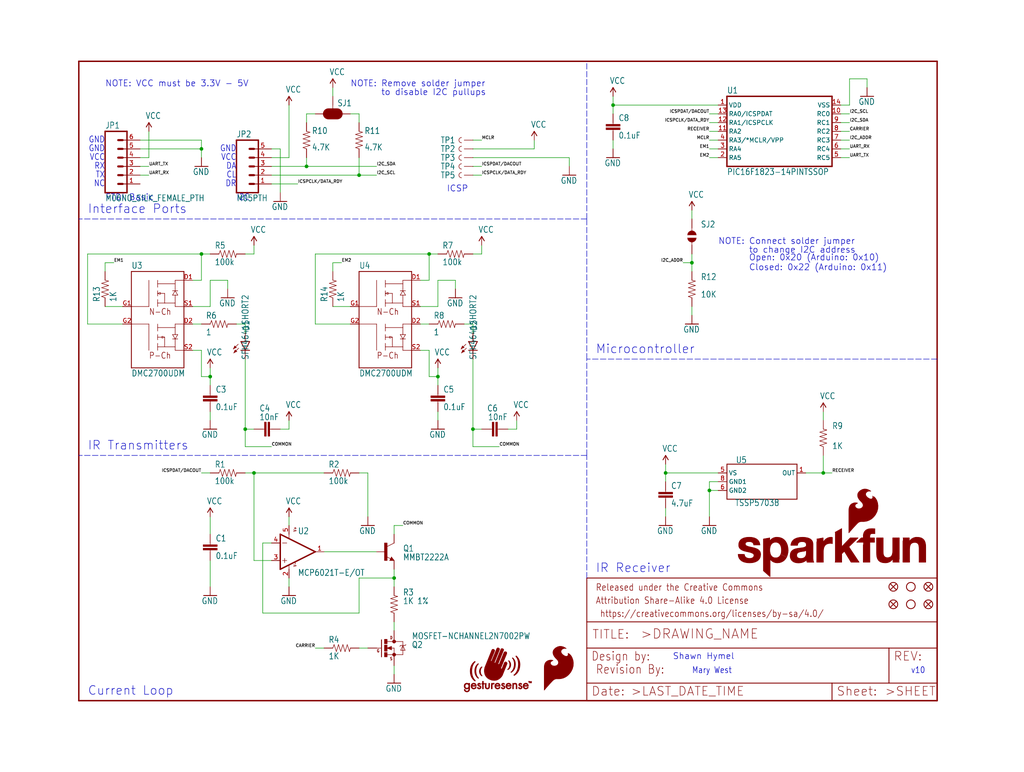
<source format=kicad_sch>
(kicad_sch (version 20211123) (generator eeschema)
  (paper "User" 297.002 223.926)
  (lib_symbols
    (symbol "eagleSchem-eagle-import:0.1UF-25V(+80{slash}-20%)(0603)"
      (property "Reference" "C" (at 1.524 2.921 0))
      (property "Value" "0.1UF-25V(+80{slash}-20%)(0603)" (at 1.524 -2.159 0))
      (symbol "0.1UF-25V(+80{slash}-20%)(0603)_1_0"
        (pin passive line (at 0 5.08 270) (length 2.54) (name "1") (number "1"))
        (pin passive line (at 0 -2.54 90) (length 2.54) (name "2") (number "2"))
      )
    )
    (symbol "eagleSchem-eagle-import:100KOHM-1{slash}10W-1%(0603)"
      (property "Reference" "R" (at -3.81 1.4986 0))
      (property "Value" "100KOHM-1{slash}10W-1%(0603)" (at -3.81 -3.302 0))
      (symbol "100KOHM-1{slash}10W-1%(0603)_1_0"
        (pin passive line (at -5.08 0 0) (length 2.54) (name "1") (number "1"))
        (pin passive line (at 5.08 0 180) (length 2.54) (name "2") (number "2"))
      )
    )
    (symbol "eagleSchem-eagle-import:10KOHM-1{slash}10W-1%(0603)0603"
      (property "Reference" "R" (at -3.81 1.4986 0))
      (property "Value" "10KOHM-1{slash}10W-1%(0603)0603" (at -3.81 -3.302 0))
      (symbol "10KOHM-1{slash}10W-1%(0603)0603_1_0"
        (pin passive line (at -5.08 0 0) (length 2.54) (name "1") (number "1"))
        (pin passive line (at 5.08 0 180) (length 2.54) (name "2") (number "2"))
      )
    )
    (symbol "eagleSchem-eagle-import:10NF{slash}10000PF-50V-10%(0603)"
      (property "Reference" "C" (at 1.524 2.921 0))
      (property "Value" "10NF{slash}10000PF-50V-10%(0603)" (at 1.524 -2.159 0))
      (symbol "10NF{slash}10000PF-50V-10%(0603)_1_0"
        (pin passive line (at 0 5.08 270) (length 2.54) (name "1") (number "1"))
        (pin passive line (at 0 -2.54 90) (length 2.54) (name "2") (number "2"))
      )
    )
    (symbol "eagleSchem-eagle-import:1KOHM-1{slash}10W-1%(0603)"
      (property "Reference" "R" (at -3.81 1.4986 0))
      (property "Value" "1KOHM-1{slash}10W-1%(0603)" (at -3.81 -3.302 0))
      (symbol "1KOHM-1{slash}10W-1%(0603)_1_0"
        (pin passive line (at -5.08 0 0) (length 2.54) (name "1") (number "1"))
        (pin passive line (at 5.08 0 180) (length 2.54) (name "2") (number "2"))
      )
    )
    (symbol "eagleSchem-eagle-import:1OHM1{slash}10W1%(0603)"
      (property "Reference" "R" (at -3.81 1.4986 0))
      (property "Value" "1OHM1{slash}10W1%(0603)" (at -3.81 -3.302 0))
      (symbol "1OHM1{slash}10W1%(0603)_1_0"
        (pin passive line (at -5.08 0 0) (length 2.54) (name "1") (number "1"))
        (pin passive line (at 5.08 0 180) (length 2.54) (name "2") (number "2"))
      )
    )
    (symbol "eagleSchem-eagle-import:4.7KOHM-1{slash}10W-1%(0603)"
      (property "Reference" "R" (at -3.81 1.4986 0))
      (property "Value" "4.7KOHM-1{slash}10W-1%(0603)" (at -3.81 -3.302 0))
      (symbol "4.7KOHM-1{slash}10W-1%(0603)_1_0"
        (pin passive line (at -5.08 0 0) (length 2.54) (name "1") (number "1"))
        (pin passive line (at 5.08 0 180) (length 2.54) (name "2") (number "2"))
      )
    )
    (symbol "eagleSchem-eagle-import:4.7UF-6.3V-10%(0603)0603"
      (property "Reference" "C" (at 1.524 2.921 0))
      (property "Value" "4.7UF-6.3V-10%(0603)0603" (at 1.524 -2.159 0))
      (symbol "4.7UF-6.3V-10%(0603)0603_1_0"
        (pin passive line (at 0 5.08 270) (length 2.54) (name "1") (number "1"))
        (pin passive line (at 0 -2.54 90) (length 2.54) (name "2") (number "2"))
      )
    )
    (symbol "eagleSchem-eagle-import:DMC2700UDM"
      (property "Value" "DMC2700UDM" (at -7.62 -17.78 0))
      (symbol "DMC2700UDM_1_0"
        (text "N-Ch" (at -2.54 0 0) (effects (font (size 1.778 1.5113)) (justify left bottom)))
        (text "P-Ch" (at -2.54 -12.7 0) (effects (font (size 1.778 1.5113)) (justify left bottom)))
        (pin bidirectional line (at 10.16 10.16 180) (length 2.54) (name "D1") (number "D1"))
        (pin bidirectional line (at 10.16 -2.54 180) (length 2.54) (name "D2") (number "D2"))
        (pin bidirectional line (at -10.16 2.54 0) (length 2.54) (name "G1") (number "G1"))
        (pin bidirectional line (at -10.16 -2.54 0) (length 2.54) (name "G2") (number "G2"))
        (pin bidirectional line (at 10.16 2.54 180) (length 2.54) (name "S1") (number "S1"))
        (pin bidirectional line (at 10.16 -10.16 180) (length 2.54) (name "S2") (number "S2"))
      )
    )
    (symbol "eagleSchem-eagle-import:FIDUCIALUFIDUCIAL")
    (symbol "eagleSchem-eagle-import:FRAME-LETTER"
      (symbol "FRAME-LETTER_2_0"
        (text " https://creativecommons.org/licenses/by-sa/4.0/" (at 2.54 24.13 0) (effects (font (size 1.9304 1.6408)) (justify left bottom)))
        (text ">DRAWING_NAME" (at 15.494 17.78 0) (effects (font (size 2.7432 2.7432)) (justify left bottom)))
        (text ">LAST_DATE_TIME" (at 12.7 1.27 0) (effects (font (size 2.54 2.54)) (justify left bottom)))
        (text ">SHEET" (at 86.36 1.27 0) (effects (font (size 2.54 2.54)) (justify left bottom)))
        (text "Attribution Share-Alike 4.0 License" (at 2.54 27.94 0) (effects (font (size 1.9304 1.6408)) (justify left bottom)))
        (text "Date:" (at 1.27 1.27 0) (effects (font (size 2.54 2.54)) (justify left bottom)))
        (text "Design by:" (at 1.27 11.43 0) (effects (font (size 2.54 2.159)) (justify left bottom)))
        (text "Released under the Creative Commons" (at 2.54 31.75 0) (effects (font (size 1.9304 1.6408)) (justify left bottom)))
        (text "REV:" (at 88.9 11.43 0) (effects (font (size 2.54 2.54)) (justify left bottom)))
        (text "Sheet:" (at 72.39 1.27 0) (effects (font (size 2.54 2.54)) (justify left bottom)))
        (text "TITLE:" (at 1.524 17.78 0) (effects (font (size 2.54 2.54)) (justify left bottom)))
      )
    )
    (symbol "eagleSchem-eagle-import:GESTURESENSE_LOGOSTEXT")
    (symbol "eagleSchem-eagle-import:GND" (power)
      (property "Value" "GND" (at -2.54 -2.54 0))
      (symbol "GND_1_0"
        (pin power_in line (at 0 2.54 270) (length 2.54) (name "GND") (number "1"))
      )
    )
    (symbol "eagleSchem-eagle-import:JUMPER-PAD-2-NOYES_SILK"
      (property "Reference" "JP" (at -2.54 2.54 0))
      (property "Value" "JUMPER-PAD-2-NOYES_SILK" (at -2.54 -5.08 0))
      (symbol "JUMPER-PAD-2-NOYES_SILK_1_0"
        (pin passive line (at -5.08 0 0) (length 2.54) (name "1") (number "1"))
        (pin passive line (at 5.08 0 180) (length 2.54) (name "2") (number "2"))
      )
    )
    (symbol "eagleSchem-eagle-import:JUMPER-PAD-3-NC_BY_PASTE"
      (property "Reference" "JP" (at 2.54 0.381 0))
      (property "Value" "JUMPER-PAD-3-NC_BY_PASTE" (at 2.54 -1.905 0))
      (symbol "JUMPER-PAD-3-NC_BY_PASTE_1_0"
        (pin passive line (at 0 5.08 270) (length 2.54) (name "1") (number "1"))
        (pin passive line (at -5.08 0 0) (length 2.54) (name "2") (number "2"))
        (pin passive line (at 0 -5.08 90) (length 2.54) (name "3") (number "3"))
      )
    )
    (symbol "eagleSchem-eagle-import:M05PTH"
      (property "Reference" "J" (at -2.54 8.382 0))
      (property "Value" "M05PTH" (at -2.54 -10.16 0))
      (symbol "M05PTH_1_0"
        (pin passive line (at 7.62 -5.08 180) (length 5.08) (name "1") (number "1"))
        (pin passive line (at 7.62 -2.54 180) (length 5.08) (name "2") (number "2"))
        (pin passive line (at 7.62 0 180) (length 5.08) (name "3") (number "3"))
        (pin passive line (at 7.62 2.54 180) (length 5.08) (name "4") (number "4"))
        (pin passive line (at 7.62 5.08 180) (length 5.08) (name "5") (number "5"))
      )
    )
    (symbol "eagleSchem-eagle-import:M06NO_SILK_FEMALE_PTH"
      (property "Reference" "J" (at -5.08 10.922 0))
      (property "Value" "M06NO_SILK_FEMALE_PTH" (at -5.08 -10.16 0))
      (symbol "M06NO_SILK_FEMALE_PTH_1_0"
        (pin passive line (at 5.08 -5.08 180) (length 5.08) (name "1") (number "1"))
        (pin passive line (at 5.08 -2.54 180) (length 5.08) (name "2") (number "2"))
        (pin passive line (at 5.08 0 180) (length 5.08) (name "3") (number "3"))
        (pin passive line (at 5.08 2.54 180) (length 5.08) (name "4") (number "4"))
        (pin passive line (at 5.08 5.08 180) (length 5.08) (name "5") (number "5"))
        (pin passive line (at 5.08 7.62 180) (length 5.08) (name "6") (number "6"))
      )
    )
    (symbol "eagleSchem-eagle-import:MCP6021T-E{slash}OT"
      (property "Value" "MCP6021T-E{slash}OT" (at 5.08 5.08 0))
      (symbol "MCP6021T-E{slash}OT_1_0"
        (text "V+" (at 1.27 5.715 900) (effects (font (size 0.8128 0.6908)) (justify left top)))
        (text "V-" (at 1.27 -4.445 900) (effects (font (size 0.8128 0.6908)) (justify left top)))
        (pin output line (at 10.16 0 180) (length 2.54) (name "OUT") (number "1"))
        (pin power_in line (at 0 -7.62 90) (length 2.54) (name "V-") (number "2"))
        (pin input line (at -5.08 -2.54 0) (length 2.54) (name "+IN") (number "3"))
        (pin input line (at -5.08 2.54 0) (length 2.54) (name "-IN") (number "4"))
        (pin power_in line (at 0 7.62 270) (length 2.54) (name "V+") (number "5"))
      )
    )
    (symbol "eagleSchem-eagle-import:MOSFET-NCHANNEL2N7002PW"
      (property "Reference" "Q" (at 5.08 2.54 0))
      (property "Value" "MOSFET-NCHANNEL2N7002PW" (at 5.08 0 0))
      (symbol "MOSFET-NCHANNEL2N7002PW_1_0"
        (text "D" (at -1.27 2.54 0) (effects (font (size 0.8128 0.6908)) (justify left bottom)))
        (text "G" (at -5.08 -1.27 0) (effects (font (size 0.8128 0.6908)) (justify left bottom)))
        (text "S" (at -1.27 -3.556 0) (effects (font (size 0.8128 0.6908)) (justify left bottom)))
        (pin passive line (at -7.62 0 0) (length 2.54) (name "G") (number "1"))
        (pin passive line (at 0 -5.08 90) (length 2.54) (name "S") (number "2"))
        (pin passive line (at 0 5.08 270) (length 2.54) (name "D") (number "3"))
      )
    )
    (symbol "eagleSchem-eagle-import:PIC16F1823-14PINTSSOP"
      (property "Value" "PIC16F1823-14PINTSSOP" (at -15.24 -12.7 0))
      (symbol "PIC16F1823-14PINTSSOP_1_0"
        (pin power_in line (at -17.78 7.62 0) (length 2.54) (name "VDD") (number "1"))
        (pin bidirectional line (at 17.78 5.08 180) (length 2.54) (name "RC0") (number "10"))
        (pin bidirectional line (at -17.78 0 0) (length 2.54) (name "RA2") (number "11"))
        (pin bidirectional line (at -17.78 2.54 0) (length 2.54) (name "RA1/ICSPCLK") (number "12"))
        (pin bidirectional line (at -17.78 5.08 0) (length 2.54) (name "RA0/ICSPDAT") (number "13"))
        (pin power_in line (at 17.78 7.62 180) (length 2.54) (name "VSS") (number "14"))
        (pin bidirectional line (at -17.78 -7.62 0) (length 2.54) (name "RA5") (number "2"))
        (pin bidirectional line (at -17.78 -5.08 0) (length 2.54) (name "RA4") (number "3"))
        (pin input line (at -17.78 -2.54 0) (length 2.54) (name "RA3/*MCLR/VPP") (number "4"))
        (pin bidirectional line (at 17.78 -7.62 180) (length 2.54) (name "RC5") (number "5"))
        (pin bidirectional line (at 17.78 -5.08 180) (length 2.54) (name "RC4") (number "6"))
        (pin bidirectional line (at 17.78 -2.54 180) (length 2.54) (name "RC3") (number "7"))
        (pin bidirectional line (at 17.78 0 180) (length 2.54) (name "RC2") (number "8"))
        (pin bidirectional line (at 17.78 2.54 180) (length 2.54) (name "RC1") (number "9"))
      )
    )
    (symbol "eagleSchem-eagle-import:REVISION"
      (symbol "REVISION_1_0"
        (text "Revision By: " (at 0 0 0) (effects (font (size 2.54 2.159)) (justify left bottom)))
      )
    )
    (symbol "eagleSchem-eagle-import:SFE_LOGO_FLAME.1_INCH")
    (symbol "eagleSchem-eagle-import:SFE_LOGO_NAME_FLAME.1_INCH")
    (symbol "eagleSchem-eagle-import:SFH4641SHORT2"
      (property "Reference" "D" (at 3.556 -4.572 90))
      (property "Value" "SFH4641SHORT2" (at 5.715 -4.572 90))
      (symbol "SFH4641SHORT2_1_0"
        (pin passive line (at 0 2.54 270) (length 2.54) (name "A") (number "A"))
        (pin passive line (at 0 -5.08 90) (length 2.54) (name "C") (number "C"))
      )
    )
    (symbol "eagleSchem-eagle-import:STAND-OFF")
    (symbol "eagleSchem-eagle-import:TEST-POINT3X4"
      (property "Reference" "TP" (at -2.54 2.54 0))
      (property "Value" "TEST-POINT3X4" (at -2.54 -2.54 0))
      (symbol "TEST-POINT3X4_1_0"
        (pin bidirectional line (at 0 0 180) (length 0) (name "1") (number "P$1"))
      )
    )
    (symbol "eagleSchem-eagle-import:TRANSISTOR_NPNMMBT2222A"
      (property "Reference" "Q" (at 5.08 0 0))
      (property "Value" "TRANSISTOR_NPNMMBT2222A" (at 5.08 -2.54 0))
      (symbol "TRANSISTOR_NPNMMBT2222A_1_0"
        (pin passive line (at -2.54 0 0) (length 2.54) (name "B") (number "1"))
        (pin passive line (at 2.54 -5.08 90) (length 2.54) (name "E") (number "2"))
        (pin passive line (at 2.54 5.08 270) (length 2.54) (name "C") (number "3"))
      )
    )
    (symbol "eagleSchem-eagle-import:TSSP57038"
      (property "Value" "TSSP57038" (at -7.874 -7.112 0))
      (symbol "TSSP57038_1_0"
        (pin bidirectional line (at 12.7 2.54 180) (length 2.54) (name "OUT") (number "1"))
        (pin bidirectional line (at -12.7 2.54 0) (length 2.54) (name "VS") (number "5"))
        (pin bidirectional line (at -12.7 -2.54 0) (length 2.54) (name "GND2") (number "6"))
        (pin bidirectional line (at -12.7 0 0) (length 2.54) (name "GND1") (number "8"))
      )
    )
    (symbol "eagleSchem-eagle-import:VCC" (power)
      (property "Value" "VCC" (at -1.016 3.556 0))
      (symbol "VCC_1_0"
        (pin power_in line (at 0 0 90) (length 2.54) (name "VCC") (number "1"))
      )
    )
  )
  (junction (at 193.04 137.16))
  (junction (at 60.96 109.22))
  (junction (at 205.74 142.24))
  (junction (at 238.76 137.16))
  (junction (at 177.8 30.48))
  (junction (at 104.14 50.8))
  (junction (at 71.12 124.46))
  (junction (at 124.46 73.66))
  (junction (at 200.66 76.2))
  (junction (at 88.9 48.26))
  (junction (at 137.16 124.46))
  (junction (at 73.66 137.16))
  (junction (at 114.3 167.64))
  (junction (at 58.42 73.66))
  (junction (at 58.42 43.18))
  (junction (at 127 109.22))
  (wire (pts (xy 78.74 45.72) (xy 83.82 45.72)))
  (wire (pts (xy 71.12 104.14) (xy 71.12 124.46)))
  (polyline (pts (xy 170.18 132.08) (xy 170.18 104.14)))
  (wire (pts (xy 101.6 93.98) (xy 91.44 93.98)))
  (wire (pts (xy 243.84 33.02) (xy 246.38 33.02)))
  (wire (pts (xy 58.42 101.6) (xy 58.42 109.22)))
  (polyline (pts (xy 170.18 132.08) (xy 22.86 132.08)))
  (wire (pts (xy 198.12 76.2) (xy 200.66 76.2)))
  (wire (pts (xy 243.84 43.18) (xy 246.38 43.18)))
  (wire (pts (xy 60.96 88.9) (xy 60.96 81.28)))
  (wire (pts (xy 104.14 167.64) (xy 114.3 167.64)))
  (wire (pts (xy 200.66 78.74) (xy 200.66 76.2)))
  (wire (pts (xy 40.64 45.72) (xy 43.18 45.72)))
  (wire (pts (xy 200.66 91.44) (xy 200.66 88.9)))
  (wire (pts (xy 71.12 73.66) (xy 73.66 73.66)))
  (wire (pts (xy 147.32 124.46) (xy 149.86 124.46)))
  (wire (pts (xy 78.74 48.26) (xy 88.9 48.26)))
  (wire (pts (xy 177.8 43.18) (xy 177.8 40.64)))
  (wire (pts (xy 58.42 43.18) (xy 58.42 45.72)))
  (wire (pts (xy 127 106.68) (xy 127 109.22)))
  (wire (pts (xy 60.96 149.86) (xy 60.96 154.94)))
  (wire (pts (xy 124.46 73.66) (xy 124.46 81.28)))
  (polyline (pts (xy 170.18 104.14) (xy 170.18 63.5)))
  (wire (pts (xy 60.96 137.16) (xy 58.42 137.16)))
  (wire (pts (xy 177.8 27.94) (xy 177.8 30.48)))
  (wire (pts (xy 71.12 129.54) (xy 78.74 129.54)))
  (wire (pts (xy 88.9 35.56) (xy 88.9 33.02)))
  (wire (pts (xy 208.28 40.64) (xy 205.74 40.64)))
  (wire (pts (xy 88.9 33.02) (xy 91.44 33.02)))
  (wire (pts (xy 106.68 137.16) (xy 106.68 149.86)))
  (wire (pts (xy 96.52 25.4) (xy 96.52 27.94)))
  (wire (pts (xy 81.28 124.46) (xy 83.82 124.46)))
  (wire (pts (xy 208.28 142.24) (xy 205.74 142.24)))
  (wire (pts (xy 124.46 101.6) (xy 124.46 109.22)))
  (wire (pts (xy 99.06 76.2) (xy 96.52 76.2)))
  (wire (pts (xy 58.42 109.22) (xy 60.96 109.22)))
  (wire (pts (xy 40.64 43.18) (xy 58.42 43.18)))
  (wire (pts (xy 104.14 33.02) (xy 104.14 35.56)))
  (wire (pts (xy 208.28 137.16) (xy 193.04 137.16)))
  (wire (pts (xy 91.44 93.98) (xy 91.44 73.66)))
  (wire (pts (xy 60.96 111.76) (xy 60.96 109.22)))
  (wire (pts (xy 139.7 124.46) (xy 137.16 124.46)))
  (wire (pts (xy 58.42 73.66) (xy 60.96 73.66)))
  (wire (pts (xy 149.86 124.46) (xy 149.86 121.92)))
  (wire (pts (xy 93.98 160.02) (xy 109.22 160.02)))
  (wire (pts (xy 200.66 76.2) (xy 200.66 73.66)))
  (wire (pts (xy 251.46 22.86) (xy 251.46 25.4)))
  (wire (pts (xy 93.98 187.96) (xy 91.44 187.96)))
  (wire (pts (xy 114.3 193.04) (xy 114.3 195.58)))
  (wire (pts (xy 25.4 93.98) (xy 25.4 73.66)))
  (wire (pts (xy 30.48 88.9) (xy 35.56 88.9)))
  (wire (pts (xy 121.92 88.9) (xy 127 88.9)))
  (wire (pts (xy 208.28 30.48) (xy 177.8 30.48)))
  (wire (pts (xy 55.88 88.9) (xy 60.96 88.9)))
  (wire (pts (xy 104.14 177.8) (xy 104.14 167.64)))
  (wire (pts (xy 124.46 81.28) (xy 121.92 81.28)))
  (wire (pts (xy 137.16 129.54) (xy 144.78 129.54)))
  (wire (pts (xy 200.66 60.96) (xy 200.66 63.5)))
  (wire (pts (xy 76.2 177.8) (xy 104.14 177.8)))
  (wire (pts (xy 238.76 132.08) (xy 238.76 137.16)))
  (wire (pts (xy 88.9 48.26) (xy 109.22 48.26)))
  (wire (pts (xy 208.28 139.7) (xy 205.74 139.7)))
  (wire (pts (xy 78.74 50.8) (xy 104.14 50.8)))
  (wire (pts (xy 208.28 45.72) (xy 205.74 45.72)))
  (wire (pts (xy 40.64 40.64) (xy 58.42 40.64)))
  (wire (pts (xy 137.16 93.98) (xy 134.62 93.98)))
  (wire (pts (xy 127 88.9) (xy 127 81.28)))
  (wire (pts (xy 83.82 167.64) (xy 83.82 170.18)))
  (wire (pts (xy 137.16 73.66) (xy 139.7 73.66)))
  (wire (pts (xy 60.96 162.56) (xy 60.96 170.18)))
  (wire (pts (xy 246.38 22.86) (xy 251.46 22.86)))
  (wire (pts (xy 208.28 33.02) (xy 205.74 33.02)))
  (polyline (pts (xy 170.18 167.64) (xy 170.18 132.08)))
  (wire (pts (xy 71.12 124.46) (xy 73.66 124.46)))
  (wire (pts (xy 30.48 76.2) (xy 30.48 78.74)))
  (wire (pts (xy 137.16 48.26) (xy 139.7 48.26)))
  (wire (pts (xy 154.94 43.18) (xy 137.16 43.18)))
  (wire (pts (xy 127 81.28) (xy 132.08 81.28)))
  (wire (pts (xy 96.52 76.2) (xy 96.52 78.74)))
  (wire (pts (xy 193.04 139.7) (xy 193.04 137.16)))
  (wire (pts (xy 246.38 30.48) (xy 246.38 22.86)))
  (wire (pts (xy 243.84 45.72) (xy 246.38 45.72)))
  (wire (pts (xy 243.84 40.64) (xy 246.38 40.64)))
  (wire (pts (xy 208.28 35.56) (xy 205.74 35.56)))
  (wire (pts (xy 127 109.22) (xy 127 111.76)))
  (wire (pts (xy 55.88 93.98) (xy 58.42 93.98)))
  (wire (pts (xy 91.44 73.66) (xy 124.46 73.66)))
  (wire (pts (xy 88.9 45.72) (xy 88.9 48.26)))
  (wire (pts (xy 193.04 147.32) (xy 193.04 149.86)))
  (wire (pts (xy 104.14 45.72) (xy 104.14 50.8)))
  (wire (pts (xy 121.92 101.6) (xy 124.46 101.6)))
  (wire (pts (xy 165.1 48.26) (xy 165.1 45.72)))
  (wire (pts (xy 58.42 40.64) (xy 58.42 43.18)))
  (wire (pts (xy 139.7 73.66) (xy 139.7 71.12)))
  (polyline (pts (xy 271.78 104.14) (xy 170.18 104.14)))
  (wire (pts (xy 124.46 73.66) (xy 127 73.66)))
  (wire (pts (xy 81.28 43.18) (xy 81.28 55.88)))
  (wire (pts (xy 40.64 50.8) (xy 43.18 50.8)))
  (wire (pts (xy 83.82 124.46) (xy 83.82 121.92)))
  (wire (pts (xy 104.14 137.16) (xy 106.68 137.16)))
  (wire (pts (xy 78.74 43.18) (xy 81.28 43.18)))
  (wire (pts (xy 205.74 139.7) (xy 205.74 142.24)))
  (wire (pts (xy 137.16 50.8) (xy 139.7 50.8)))
  (wire (pts (xy 208.28 38.1) (xy 205.74 38.1)))
  (wire (pts (xy 193.04 134.62) (xy 193.04 137.16)))
  (wire (pts (xy 243.84 35.56) (xy 246.38 35.56)))
  (wire (pts (xy 96.52 88.9) (xy 101.6 88.9)))
  (wire (pts (xy 205.74 149.86) (xy 205.74 142.24)))
  (wire (pts (xy 60.96 109.22) (xy 60.96 106.68)))
  (wire (pts (xy 137.16 96.52) (xy 137.16 93.98)))
  (wire (pts (xy 83.82 149.86) (xy 83.82 152.4)))
  (wire (pts (xy 238.76 119.38) (xy 238.76 121.92)))
  (wire (pts (xy 106.68 187.96) (xy 104.14 187.96)))
  (wire (pts (xy 35.56 93.98) (xy 25.4 93.98)))
  (wire (pts (xy 73.66 137.16) (xy 73.66 162.56)))
  (wire (pts (xy 73.66 137.16) (xy 93.98 137.16)))
  (wire (pts (xy 43.18 45.72) (xy 43.18 38.1)))
  (wire (pts (xy 60.96 81.28) (xy 66.04 81.28)))
  (wire (pts (xy 165.1 45.72) (xy 137.16 45.72)))
  (wire (pts (xy 78.74 157.48) (xy 76.2 157.48)))
  (wire (pts (xy 124.46 109.22) (xy 127 109.22)))
  (wire (pts (xy 137.16 124.46) (xy 137.16 129.54)))
  (wire (pts (xy 127 121.92) (xy 127 119.38)))
  (wire (pts (xy 33.02 76.2) (xy 30.48 76.2)))
  (wire (pts (xy 40.64 48.26) (xy 43.18 48.26)))
  (wire (pts (xy 208.28 43.18) (xy 205.74 43.18)))
  (wire (pts (xy 73.66 162.56) (xy 78.74 162.56)))
  (wire (pts (xy 60.96 121.92) (xy 60.96 119.38)))
  (wire (pts (xy 177.8 30.48) (xy 177.8 33.02)))
  (polyline (pts (xy 170.18 63.5) (xy 170.18 17.78)))
  (wire (pts (xy 58.42 81.28) (xy 55.88 81.28)))
  (wire (pts (xy 114.3 167.64) (xy 114.3 170.18)))
  (wire (pts (xy 121.92 93.98) (xy 124.46 93.98)))
  (wire (pts (xy 238.76 137.16) (xy 241.3 137.16)))
  (wire (pts (xy 243.84 38.1) (xy 246.38 38.1)))
  (wire (pts (xy 114.3 152.4) (xy 116.84 152.4)))
  (wire (pts (xy 58.42 73.66) (xy 58.42 81.28)))
  (wire (pts (xy 25.4 73.66) (xy 58.42 73.66)))
  (wire (pts (xy 71.12 124.46) (xy 71.12 129.54)))
  (wire (pts (xy 114.3 180.34) (xy 114.3 182.88)))
  (wire (pts (xy 68.58 93.98) (xy 71.12 93.98)))
  (wire (pts (xy 71.12 137.16) (xy 73.66 137.16)))
  (wire (pts (xy 78.74 53.34) (xy 86.36 53.34)))
  (wire (pts (xy 73.66 73.66) (xy 73.66 71.12)))
  (wire (pts (xy 114.3 154.94) (xy 114.3 152.4)))
  (wire (pts (xy 233.68 137.16) (xy 238.76 137.16)))
  (wire (pts (xy 71.12 93.98) (xy 71.12 96.52)))
  (wire (pts (xy 243.84 30.48) (xy 246.38 30.48)))
  (polyline (pts (xy 170.18 63.5) (xy 22.86 63.5)))
  (wire (pts (xy 76.2 157.48) (xy 76.2 177.8)))
  (wire (pts (xy 132.08 81.28) (xy 132.08 83.82)))
  (wire (pts (xy 104.14 50.8) (xy 109.22 50.8)))
  (wire (pts (xy 83.82 45.72) (xy 83.82 30.48)))
  (wire (pts (xy 137.16 104.14) (xy 137.16 124.46)))
  (wire (pts (xy 101.6 33.02) (xy 104.14 33.02)))
  (wire (pts (xy 55.88 101.6) (xy 58.42 101.6)))
  (wire (pts (xy 137.16 40.64) (xy 139.7 40.64)))
  (wire (pts (xy 154.94 40.64) (xy 154.94 43.18)))
  (wire (pts (xy 114.3 165.1) (xy 114.3 167.64)))
  (wire (pts (xy 66.04 81.28) (xy 66.04 83.82)))
  (text "Current Loop" (at 25.4 201.93 180) (effects (font (size 2.54 2.54)) (justify left bottom)))
  (text "NOTE: Remove solder jumper" (at 101.6 25.4 180) (effects (font (size 1.778 1.778)) (justify left bottom)))
  (text "Mary West" (at 200.66 195.58 180) (effects (font (size 1.778 1.5113)) (justify left bottom)))
  (text "GND" (at 30.48 40.64 180) (effects (font (size 1.778 1.5113)) (justify right)))
  (text "Shawn Hymel" (at 195.072 191.516 180) (effects (font (size 1.778 1.778)) (justify left bottom)))
  (text "NOTE: VCC must be 3.3V - 5V" (at 30.48 25.4 180) (effects (font (size 1.778 1.778)) (justify left bottom)))
  (text "DA" (at 68.58 48.26 180) (effects (font (size 1.778 1.5113)) (justify right)))
  (text "VCC" (at 30.48 45.72 180) (effects (font (size 1.778 1.5113)) (justify right)))
  (text "TX" (at 30.48 50.8 180) (effects (font (size 1.778 1.5113)) (justify right)))
  (text "ICSP" (at 129.54 55.88 180) (effects (font (size 1.778 1.778)) (justify left bottom)))
  (text "Interface Ports" (at 25.4 62.23 180) (effects (font (size 2.54 2.54)) (justify left bottom)))
  (text "NOTE: Connect solder jumper" (at 208.28 71.12 180) (effects (font (size 1.778 1.778)) (justify left bottom)))
  (text "v10" (at 264.16 195.58 180) (effects (font (size 1.778 1.5113)) (justify left bottom)))
  (text "DR" (at 68.58 53.34 180) (effects (font (size 1.778 1.5113)) (justify right)))
  (text "to change I2C address" (at 217.17 73.66 180) (effects (font (size 1.778 1.778)) (justify left bottom)))
  (text "GND" (at 30.48 43.18 180) (effects (font (size 1.778 1.5113)) (justify right)))
  (text "IR Receiver" (at 172.72 166.37 180) (effects (font (size 2.54 2.54)) (justify left bottom)))
  (text "GND" (at 68.58 43.18 180) (effects (font (size 1.778 1.5113)) (justify right)))
  (text "FTDI Basic" (at 30.48 58.42 180) (effects (font (size 1.778 1.778)) (justify left bottom)))
  (text "RX" (at 30.48 48.26 180) (effects (font (size 1.778 1.5113)) (justify right)))
  (text "Open: 0x20 (Arduino: 0x10)\nClosed: 0x22 (Arduino: 0x11)" (at 217.17 78.74 0) (effects (font (size 1.778 1.778)) (justify left bottom)))
  (text "Microcontroller" (at 172.72 102.87 180) (effects (font (size 2.54 2.54)) (justify left bottom)))
  (text "to disable I2C pullups" (at 110.49 27.94 180) (effects (font (size 1.778 1.778)) (justify left bottom)))
  (text "NC" (at 30.48 53.34 180) (effects (font (size 1.778 1.5113)) (justify right)))
  (text "IR Transmitters" (at 25.4 130.81 180) (effects (font (size 2.54 2.54)) (justify left bottom)))
  (text "VCC" (at 68.58 45.72 180) (effects (font (size 1.778 1.5113)) (justify right)))
  (text "CL" (at 68.58 50.8 180) (effects (font (size 1.778 1.5113)) (justify right)))
  (text "I2C" (at 68.58 58.42 180) (effects (font (size 1.778 1.5113)) (justify left bottom)))
  (label "ICSPDAT/DACOUT" (at 139.7 48.26 0) (effects (font (size 0.889 0.889))))
  (label "UART_RX" (at 43.18 50.8 0) (effects (font (size 0.889 0.889))))
  (label "I2C_ADDR" (at 198.12 76.2 180) (effects (font (size 0.889 0.889))))
  (label "ICSPDAT/DACOUT" (at 58.42 137.16 180) (effects (font (size 0.889 0.889))))
  (label "RECEIVER" (at 241.3 137.16 0) (effects (font (size 0.889 0.889))))
  (label "I2C_ADDR" (at 246.38 40.64 0) (effects (font (size 0.889 0.889))))
  (label "CARRIER" (at 246.38 38.1 0) (effects (font (size 0.889 0.889))))
  (label "ICSPCLK/DATA_RDY" (at 86.36 53.34 0) (effects (font (size 0.889 0.889))))
  (label "UART_TX" (at 246.38 45.72 0) (effects (font (size 0.889 0.889))))
  (label "I2C_SDA" (at 246.38 35.56 0) (effects (font (size 0.889 0.889))))
  (label "COMMON" (at 144.78 129.54 0) (effects (font (size 0.889 0.889))))
  (label "COMMON" (at 116.84 152.4 0) (effects (font (size 0.889 0.889))))
  (label "ICSPDAT/DACOUT" (at 205.74 33.02 180) (effects (font (size 0.889 0.889))))
  (label "RECEIVER" (at 205.74 38.1 180) (effects (font (size 0.889 0.889))))
  (label "MCLR" (at 205.74 40.64 180) (effects (font (size 0.889 0.889))))
  (label "EM1" (at 205.74 43.18 180) (effects (font (size 0.889 0.889))))
  (label "CARRIER" (at 91.44 187.96 180) (effects (font (size 0.889 0.889))))
  (label "UART_TX" (at 43.18 48.26 0) (effects (font (size 0.889 0.889))))
  (label "EM2" (at 205.74 45.72 180) (effects (font (size 0.889 0.889))))
  (label "EM1" (at 33.02 76.2 0) (effects (font (size 0.889 0.889))))
  (label "UART_RX" (at 246.38 43.18 0) (effects (font (size 0.889 0.889))))
  (label "I2C_SCL" (at 246.38 33.02 0) (effects (font (size 0.889 0.889))))
  (label "I2C_SDA" (at 109.22 48.26 0) (effects (font (size 0.889 0.889))))
  (label "EM2" (at 99.06 76.2 0) (effects (font (size 0.889 0.889))))
  (label "ICSPCLK/DATA_RDY" (at 139.7 50.8 0) (effects (font (size 0.889 0.889))))
  (label "MCLR" (at 139.7 40.64 0) (effects (font (size 0.889 0.889))))
  (label "I2C_SCL" (at 109.22 50.8 0) (effects (font (size 0.889 0.889))))
  (label "COMMON" (at 78.74 129.54 0) (effects (font (size 0.889 0.889))))
  (label "ICSPCLK/DATA_RDY" (at 205.74 35.56 180) (effects (font (size 0.889 0.889))))
  (symbol (lib_id "eagleSchem-eagle-import:100KOHM-1{slash}10W-1%(0603)") (at 66.04 73.66 0) (unit 1)
    (property "Reference" "R5" (at 62.23 72.1614 0) (effects (font (size 1.778 1.5113)) (justify left bottom)))
    (property "Value" "100k" (at 62.23 76.962 0) (effects (font (size 1.778 1.5113)) (justify left bottom)))
    (property "Footprint" "eagleSchem:0603-RES" (effects hide))
  )
  (symbol (lib_id "eagleSchem-eagle-import:VCC") (at 73.66 71.12 0) (unit 1)
    (property "Reference" "#SUPPLY7" (effects hide))
    (property "Value" "VCC" (at 72.644 67.564 0) (effects (font (size 1.778 1.5113)) (justify left bottom)))
    (property "Footprint" "eagleSchem:" (effects hide))
  )
  (symbol (lib_id "eagleSchem-eagle-import:FRAME-LETTER") (at 22.86 203.2 0) (unit 1)
    (property "Reference" "FRAME1" (effects hide))
    (property "Value" "FRAME-LETTER" (effects hide))
    (property "Footprint" "eagleSchem:CREATIVE_COMMONS" (effects hide))
  )
  (symbol (lib_id "eagleSchem-eagle-import:4.7KOHM-1{slash}10W-1%(0603)") (at 88.9 40.64 90) (unit 1)
    (property "Reference" "R10" (at 90.424 38.8874 90) (effects (font (size 1.778 1.5113)) (justify right top)))
    (property "Value" "4.7K" (at 90.424 43.688 90) (effects (font (size 1.778 1.5113)) (justify right top)))
    (property "Footprint" "eagleSchem:0603-RES" (effects hide))
  )
  (symbol (lib_id "eagleSchem-eagle-import:GND") (at 81.28 58.42 0) (unit 1)
    (property "Reference" "#GND16" (effects hide))
    (property "Value" "GND" (at 78.74 60.96 0) (effects (font (size 1.778 1.5113)) (justify left bottom)))
    (property "Footprint" "eagleSchem:" (effects hide))
  )
  (symbol (lib_id "eagleSchem-eagle-import:GND") (at 177.8 45.72 0) (unit 1)
    (property "Reference" "#GND14" (effects hide))
    (property "Value" "GND" (at 175.26 48.26 0) (effects (font (size 1.778 1.5113)) (justify left bottom)))
    (property "Footprint" "eagleSchem:" (effects hide))
  )
  (symbol (lib_id "eagleSchem-eagle-import:GESTURESENSE_LOGOSTEXT") (at 134.62 200.66 0) (unit 1)
    (property "Reference" "U$6" (effects hide))
    (property "Value" "GESTURESENSE_LOGOSTEXT" (effects hide))
    (property "Footprint" "eagleSchem:GESTURESENSE_TEXT" (effects hide))
  )
  (symbol (lib_id "eagleSchem-eagle-import:VCC") (at 200.66 60.96 0) (unit 1)
    (property "Reference" "#SUPPLY15" (effects hide))
    (property "Value" "VCC" (at 199.644 57.404 0) (effects (font (size 1.778 1.5113)) (justify left bottom)))
    (property "Footprint" "eagleSchem:" (effects hide))
  )
  (symbol (lib_id "eagleSchem-eagle-import:VCC") (at 43.18 38.1 0) (unit 1)
    (property "Reference" "#SUPPLY1" (effects hide))
    (property "Value" "VCC" (at 42.164 34.544 0) (effects (font (size 1.778 1.5113)) (justify left bottom)))
    (property "Footprint" "eagleSchem:" (effects hide))
  )
  (symbol (lib_id "eagleSchem-eagle-import:FIDUCIALUFIDUCIAL") (at 259.08 170.18 0) (unit 1)
    (property "Reference" "FID4" (effects hide))
    (property "Value" "FIDUCIALUFIDUCIAL" (effects hide))
    (property "Footprint" "eagleSchem:MICRO-FIDUCIAL" (effects hide))
  )
  (symbol (lib_id "eagleSchem-eagle-import:DMC2700UDM") (at 111.76 91.44 0) (unit 1)
    (property "Reference" "U4" (at 104.14 77.978 0) (effects (font (size 1.778 1.5113)) (justify left bottom)))
    (property "Value" "DMC2700UDM" (at 104.14 109.22 0) (effects (font (size 1.778 1.5113)) (justify left bottom)))
    (property "Footprint" "eagleSchem:SOT26" (effects hide))
  )
  (symbol (lib_id "eagleSchem-eagle-import:GND") (at 251.46 27.94 0) (unit 1)
    (property "Reference" "#GND13" (effects hide))
    (property "Value" "GND" (at 248.92 30.48 0) (effects (font (size 1.778 1.5113)) (justify left bottom)))
    (property "Footprint" "eagleSchem:" (effects hide))
  )
  (symbol (lib_id "eagleSchem-eagle-import:GND") (at 193.04 152.4 0) (unit 1)
    (property "Reference" "#GND12" (effects hide))
    (property "Value" "GND" (at 190.5 154.94 0) (effects (font (size 1.778 1.5113)) (justify left bottom)))
    (property "Footprint" "eagleSchem:" (effects hide))
  )
  (symbol (lib_id "eagleSchem-eagle-import:VCC") (at 83.82 121.92 0) (unit 1)
    (property "Reference" "#SUPPLY6" (effects hide))
    (property "Value" "VCC" (at 82.804 118.364 0) (effects (font (size 1.778 1.5113)) (justify left bottom)))
    (property "Footprint" "eagleSchem:" (effects hide))
  )
  (symbol (lib_id "eagleSchem-eagle-import:GND") (at 60.96 172.72 0) (unit 1)
    (property "Reference" "#GND5" (effects hide))
    (property "Value" "GND" (at 58.42 175.26 0) (effects (font (size 1.778 1.5113)) (justify left bottom)))
    (property "Footprint" "eagleSchem:" (effects hide))
  )
  (symbol (lib_id "eagleSchem-eagle-import:VCC") (at 83.82 30.48 0) (unit 1)
    (property "Reference" "#SUPPLY16" (effects hide))
    (property "Value" "VCC" (at 82.804 26.924 0) (effects (font (size 1.778 1.5113)) (justify left bottom)))
    (property "Footprint" "eagleSchem:" (effects hide))
  )
  (symbol (lib_id "eagleSchem-eagle-import:FRAME-LETTER") (at 170.18 203.2 0) (unit 2)
    (property "Reference" "FRAME1" (effects hide))
    (property "Value" "FRAME-LETTER" (effects hide))
    (property "Footprint" "eagleSchem:CREATIVE_COMMONS" (effects hide))
  )
  (symbol (lib_id "eagleSchem-eagle-import:STAND-OFF") (at 264.16 175.26 0) (unit 1)
    (property "Reference" "STANDOFF2" (effects hide))
    (property "Value" "STAND-OFF" (effects hide))
    (property "Footprint" "eagleSchem:STAND-OFF" (effects hide))
  )
  (symbol (lib_id "eagleSchem-eagle-import:4.7KOHM-1{slash}10W-1%(0603)") (at 104.14 40.64 90) (unit 1)
    (property "Reference" "R11" (at 105.664 38.8874 90) (effects (font (size 1.778 1.5113)) (justify right top)))
    (property "Value" "4.7K" (at 105.664 43.688 90) (effects (font (size 1.778 1.5113)) (justify right top)))
    (property "Footprint" "eagleSchem:0603-RES" (effects hide))
  )
  (symbol (lib_id "eagleSchem-eagle-import:1KOHM-1{slash}10W-1%(0603)") (at 114.3 175.26 90) (unit 1)
    (property "Reference" "R3" (at 116.84 172.7454 90) (effects (font (size 1.778 1.5113)) (justify right top)))
    (property "Value" "1K 1%" (at 116.84 175.26 90) (effects (font (size 1.778 1.5113)) (justify right top)))
    (property "Footprint" "eagleSchem:0603-RES" (effects hide))
  )
  (symbol (lib_id "eagleSchem-eagle-import:GND") (at 58.42 48.26 0) (unit 1)
    (property "Reference" "#GND1" (effects hide))
    (property "Value" "GND" (at 55.88 50.8 0) (effects (font (size 1.778 1.5113)) (justify left bottom)))
    (property "Footprint" "eagleSchem:" (effects hide))
  )
  (symbol (lib_id "eagleSchem-eagle-import:TEST-POINT3X4") (at 137.16 48.26 0) (mirror y) (unit 1)
    (property "Reference" "TP4" (at 132.08 48.26 0) (effects (font (size 1.778 1.5113)) (justify left)))
    (property "Value" "TEST-POINT3X4" (effects hide))
    (property "Footprint" "eagleSchem:PAD.03X.04" (effects hide))
  )
  (symbol (lib_id "eagleSchem-eagle-import:SFE_LOGO_FLAME.1_INCH") (at 157.48 200.66 0) (unit 1)
    (property "Reference" "LOGO2" (effects hide))
    (property "Value" "SFE_LOGO_FLAME.1_INCH" (effects hide))
    (property "Footprint" "eagleSchem:SFE_LOGO_FLAME_.1" (effects hide))
  )
  (symbol (lib_id "eagleSchem-eagle-import:GND") (at 200.66 93.98 0) (unit 1)
    (property "Reference" "#GND15" (effects hide))
    (property "Value" "GND" (at 198.12 96.52 0) (effects (font (size 1.778 1.5113)) (justify left bottom)))
    (property "Footprint" "eagleSchem:" (effects hide))
  )
  (symbol (lib_id "eagleSchem-eagle-import:1OHM1{slash}10W1%(0603)") (at 129.54 93.98 0) (unit 1)
    (property "Reference" "R8" (at 125.73 92.4814 0) (effects (font (size 1.778 1.5113)) (justify left bottom)))
    (property "Value" "1" (at 125.73 97.282 0) (effects (font (size 1.778 1.5113)) (justify left bottom)))
    (property "Footprint" "eagleSchem:0603-RES" (effects hide))
  )
  (symbol (lib_id "eagleSchem-eagle-import:FIDUCIALUFIDUCIAL") (at 269.24 170.18 0) (unit 1)
    (property "Reference" "FID1" (effects hide))
    (property "Value" "FIDUCIALUFIDUCIAL" (effects hide))
    (property "Footprint" "eagleSchem:MICRO-FIDUCIAL" (effects hide))
  )
  (symbol (lib_id "eagleSchem-eagle-import:100KOHM-1{slash}10W-1%(0603)") (at 99.06 137.16 0) (unit 1)
    (property "Reference" "R2" (at 95.25 135.6614 0) (effects (font (size 1.778 1.5113)) (justify left bottom)))
    (property "Value" "100k" (at 95.25 140.462 0) (effects (font (size 1.778 1.5113)) (justify left bottom)))
    (property "Footprint" "eagleSchem:0603-RES" (effects hide))
  )
  (symbol (lib_id "eagleSchem-eagle-import:0.1UF-25V(+80{slash}-20%)(0603)") (at 127 116.84 0) (unit 1)
    (property "Reference" "C5" (at 128.524 113.919 0) (effects (font (size 1.778 1.5113)) (justify left bottom)))
    (property "Value" "0.1uF" (at 128.524 118.999 0) (effects (font (size 1.778 1.5113)) (justify left bottom)))
    (property "Footprint" "eagleSchem:0603-CAP" (effects hide))
  )
  (symbol (lib_id "eagleSchem-eagle-import:GND") (at 165.1 50.8 0) (unit 1)
    (property "Reference" "#GND2" (effects hide))
    (property "Value" "GND" (at 162.56 53.34 0) (effects (font (size 1.778 1.5113)) (justify left bottom)))
    (property "Footprint" "eagleSchem:" (effects hide))
  )
  (symbol (lib_id "eagleSchem-eagle-import:1KOHM-1{slash}10W-1%(0603)") (at 238.76 127 90) (unit 1)
    (property "Reference" "R9" (at 241.3 124.4854 90) (effects (font (size 1.778 1.5113)) (justify right top)))
    (property "Value" "1K" (at 241.3 130.302 90) (effects (font (size 1.778 1.5113)) (justify right top)))
    (property "Footprint" "eagleSchem:0603-RES" (effects hide))
  )
  (symbol (lib_id "eagleSchem-eagle-import:MOSFET-NCHANNEL2N7002PW") (at 114.3 187.96 0) (unit 1)
    (property "Reference" "Q2" (at 119.38 187.96 0) (effects (font (size 1.778 1.5113)) (justify left bottom)))
    (property "Value" "MOSFET-NCHANNEL2N7002PW" (at 119.38 185.42 0) (effects (font (size 1.778 1.5113)) (justify left bottom)))
    (property "Footprint" "eagleSchem:SOT323" (effects hide))
  )
  (symbol (lib_id "eagleSchem-eagle-import:VCC") (at 193.04 134.62 0) (unit 1)
    (property "Reference" "#SUPPLY11" (effects hide))
    (property "Value" "VCC" (at 192.024 131.064 0) (effects (font (size 1.778 1.5113)) (justify left bottom)))
    (property "Footprint" "eagleSchem:" (effects hide))
  )
  (symbol (lib_id "eagleSchem-eagle-import:SFH4641SHORT2") (at 71.12 99.06 0) (unit 1)
    (property "Reference" "D1" (at 72.39 96.012 90) (effects (font (size 1.778 1.5113)) (justify left bottom)))
    (property "Value" "SFH4641SHORT2" (at 72.136 104.394 90) (effects (font (size 1.778 1.5113)) (justify left bottom)))
    (property "Footprint" "eagleSchem:SFH4641-SHORT2" (effects hide))
  )
  (symbol (lib_id "eagleSchem-eagle-import:VCC") (at 149.86 121.92 0) (unit 1)
    (property "Reference" "#SUPPLY9" (effects hide))
    (property "Value" "VCC" (at 148.844 118.364 0) (effects (font (size 1.778 1.5113)) (justify left bottom)))
    (property "Footprint" "eagleSchem:" (effects hide))
  )
  (symbol (lib_id "eagleSchem-eagle-import:GND") (at 132.08 86.36 0) (unit 1)
    (property "Reference" "#GND9" (effects hide))
    (property "Value" "GND" (at 129.54 88.9 0) (effects (font (size 1.778 1.5113)) (justify left bottom)))
    (property "Footprint" "eagleSchem:" (effects hide))
  )
  (symbol (lib_id "eagleSchem-eagle-import:TEST-POINT3X4") (at 137.16 43.18 0) (mirror y) (unit 1)
    (property "Reference" "TP2" (at 132.08 43.18 0) (effects (font (size 1.778 1.5113)) (justify left)))
    (property "Value" "TEST-POINT3X4" (effects hide))
    (property "Footprint" "eagleSchem:PAD.03X.04" (effects hide))
  )
  (symbol (lib_id "eagleSchem-eagle-import:1OHM1{slash}10W1%(0603)") (at 63.5 93.98 0) (unit 1)
    (property "Reference" "R6" (at 59.69 92.4814 0) (effects (font (size 1.778 1.5113)) (justify left bottom)))
    (property "Value" "1" (at 59.69 97.282 0) (effects (font (size 1.778 1.5113)) (justify left bottom)))
    (property "Footprint" "eagleSchem:0603-RES" (effects hide))
  )
  (symbol (lib_id "eagleSchem-eagle-import:FIDUCIALUFIDUCIAL") (at 269.24 175.26 0) (unit 1)
    (property "Reference" "FID2" (effects hide))
    (property "Value" "FIDUCIALUFIDUCIAL" (effects hide))
    (property "Footprint" "eagleSchem:MICRO-FIDUCIAL" (effects hide))
  )
  (symbol (lib_id "eagleSchem-eagle-import:10NF{slash}10000PF-50V-10%(0603)") (at 144.78 124.46 90) (unit 1)
    (property "Reference" "C6" (at 141.224 119.38 90) (effects (font (size 1.778 1.5113)) (justify right top)))
    (property "Value" "10nF" (at 141.478 121.92 90) (effects (font (size 1.778 1.5113)) (justify right top)))
    (property "Footprint" "eagleSchem:0603-CAP" (effects hide))
  )
  (symbol (lib_id "eagleSchem-eagle-import:VCC") (at 83.82 149.86 0) (unit 1)
    (property "Reference" "#SUPPLY3" (effects hide))
    (property "Value" "VCC" (at 82.804 146.304 0) (effects (font (size 1.778 1.5113)) (justify left bottom)))
    (property "Footprint" "eagleSchem:" (effects hide))
  )
  (symbol (lib_id "eagleSchem-eagle-import:FIDUCIALUFIDUCIAL") (at 259.08 175.26 0) (unit 1)
    (property "Reference" "FID3" (effects hide))
    (property "Value" "FIDUCIALUFIDUCIAL" (effects hide))
    (property "Footprint" "eagleSchem:MICRO-FIDUCIAL" (effects hide))
  )
  (symbol (lib_id "eagleSchem-eagle-import:1KOHM-1{slash}10W-1%(0603)") (at 99.06 187.96 0) (unit 1)
    (property "Reference" "R4" (at 95.25 186.4614 0) (effects (font (size 1.778 1.5113)) (justify left bottom)))
    (property "Value" "1K" (at 95.25 191.262 0) (effects (font (size 1.778 1.5113)) (justify left bottom)))
    (property "Footprint" "eagleSchem:0603-RES" (effects hide))
  )
  (symbol (lib_id "eagleSchem-eagle-import:REVISION") (at 172.72 195.58 0) (unit 1)
    (property "Reference" "LOGO1" (effects hide))
    (property "Value" "REVISION" (effects hide))
    (property "Footprint" "eagleSchem:REVISION" (effects hide))
  )
  (symbol (lib_id "eagleSchem-eagle-import:TEST-POINT3X4") (at 137.16 50.8 0) (mirror y) (unit 1)
    (property "Reference" "TP5" (at 132.08 50.8 0) (effects (font (size 1.778 1.5113)) (justify left)))
    (property "Value" "TEST-POINT3X4" (effects hide))
    (property "Footprint" "eagleSchem:PAD.03X.04" (effects hide))
  )
  (symbol (lib_id "eagleSchem-eagle-import:0.1UF-25V(+80{slash}-20%)(0603)") (at 60.96 160.02 0) (unit 1)
    (property "Reference" "C1" (at 62.484 157.099 0) (effects (font (size 1.778 1.5113)) (justify left bottom)))
    (property "Value" "0.1uF" (at 62.484 162.179 0) (effects (font (size 1.778 1.5113)) (justify left bottom)))
    (property "Footprint" "eagleSchem:0603-CAP" (effects hide))
  )
  (symbol (lib_id "eagleSchem-eagle-import:M05PTH") (at 71.12 48.26 0) (unit 1)
    (property "Reference" "JP2" (at 68.58 39.878 0) (effects (font (size 1.778 1.5113)) (justify left bottom)))
    (property "Value" "M05PTH" (at 68.58 58.42 0) (effects (font (size 1.778 1.5113)) (justify left bottom)))
    (property "Footprint" "eagleSchem:1X05" (effects hide))
  )
  (symbol (lib_id "eagleSchem-eagle-import:JUMPER-PAD-2-NOYES_SILK") (at 200.66 68.58 90) (unit 1)
    (property "Reference" "SJ2" (at 203.2 66.04 90) (effects (font (size 1.778 1.5113)) (justify right top)))
    (property "Value" "JUMPER-PAD-2-NOYES_SILK" (effects hide))
    (property "Footprint" "eagleSchem:PAD-JUMPER-2-NO_YES_SILK" (effects hide))
  )
  (symbol (lib_id "eagleSchem-eagle-import:TEST-POINT3X4") (at 137.16 40.64 0) (mirror y) (unit 1)
    (property "Reference" "TP1" (at 132.08 40.64 0) (effects (font (size 1.778 1.5113)) (justify left)))
    (property "Value" "TEST-POINT3X4" (effects hide))
    (property "Footprint" "eagleSchem:PAD.03X.04" (effects hide))
  )
  (symbol (lib_id "eagleSchem-eagle-import:TEST-POINT3X4") (at 137.16 45.72 0) (mirror y) (unit 1)
    (property "Reference" "TP3" (at 132.08 45.72 0) (effects (font (size 1.778 1.5113)) (justify left)))
    (property "Value" "TEST-POINT3X4" (effects hide))
    (property "Footprint" "eagleSchem:PAD.03X.04" (effects hide))
  )
  (symbol (lib_id "eagleSchem-eagle-import:VCC") (at 127 106.68 0) (unit 1)
    (property "Reference" "#SUPPLY10" (effects hide))
    (property "Value" "VCC" (at 125.984 103.124 0) (effects (font (size 1.778 1.5113)) (justify left bottom)))
    (property "Footprint" "eagleSchem:" (effects hide))
  )
  (symbol (lib_id "eagleSchem-eagle-import:100KOHM-1{slash}10W-1%(0603)") (at 132.08 73.66 0) (unit 1)
    (property "Reference" "R7" (at 128.27 72.1614 0) (effects (font (size 1.778 1.5113)) (justify left bottom)))
    (property "Value" "100k" (at 128.27 76.962 0) (effects (font (size 1.778 1.5113)) (justify left bottom)))
    (property "Footprint" "eagleSchem:0603-RES" (effects hide))
  )
  (symbol (lib_id "eagleSchem-eagle-import:VCC") (at 139.7 71.12 0) (unit 1)
    (property "Reference" "#SUPPLY8" (effects hide))
    (property "Value" "VCC" (at 138.684 67.564 0) (effects (font (size 1.778 1.5113)) (justify left bottom)))
    (property "Footprint" "eagleSchem:" (effects hide))
  )
  (symbol (lib_id "eagleSchem-eagle-import:GND") (at 205.74 152.4 0) (unit 1)
    (property "Reference" "#GND11" (effects hide))
    (property "Value" "GND" (at 203.2 154.94 0) (effects (font (size 1.778 1.5113)) (justify left bottom)))
    (property "Footprint" "eagleSchem:" (effects hide))
  )
  (symbol (lib_id "eagleSchem-eagle-import:GND") (at 83.82 172.72 0) (unit 1)
    (property "Reference" "#GND3" (effects hide))
    (property "Value" "GND" (at 81.28 175.26 0) (effects (font (size 1.778 1.5113)) (justify left bottom)))
    (property "Footprint" "eagleSchem:" (effects hide))
  )
  (symbol (lib_id "eagleSchem-eagle-import:SFE_LOGO_NAME_FLAME.1_INCH") (at 213.36 167.64 0) (unit 1)
    (property "Reference" "U$5" (effects hide))
    (property "Value" "SFE_LOGO_NAME_FLAME.1_INCH" (effects hide))
    (property "Footprint" "eagleSchem:SFE_LOGO_NAME_FLAME_.1" (effects hide))
  )
  (symbol (lib_id "eagleSchem-eagle-import:GND") (at 106.68 152.4 0) (unit 1)
    (property "Reference" "#GND4" (effects hide))
    (property "Value" "GND" (at 104.14 154.94 0) (effects (font (size 1.778 1.5113)) (justify left bottom)))
    (property "Footprint" "eagleSchem:" (effects hide))
  )
  (symbol (lib_id "eagleSchem-eagle-import:GND") (at 127 124.46 0) (unit 1)
    (property "Reference" "#GND10" (effects hide))
    (property "Value" "GND" (at 124.46 127 0) (effects (font (size 1.778 1.5113)) (justify left bottom)))
    (property "Footprint" "eagleSchem:" (effects hide))
  )
  (symbol (lib_id "eagleSchem-eagle-import:GND") (at 60.96 124.46 0) (unit 1)
    (property "Reference" "#GND7" (effects hide))
    (property "Value" "GND" (at 58.42 127 0) (effects (font (size 1.778 1.5113)) (justify left bottom)))
    (property "Footprint" "eagleSchem:" (effects hide))
  )
  (symbol (lib_id "eagleSchem-eagle-import:GND") (at 66.04 86.36 0) (unit 1)
    (property "Reference" "#GND8" (effects hide))
    (property "Value" "GND" (at 63.5 88.9 0) (effects (font (size 1.778 1.5113)) (justify left bottom)))
    (property "Footprint" "eagleSchem:" (effects hide))
  )
  (symbol (lib_id "eagleSchem-eagle-import:GND") (at 114.3 198.12 0) (unit 1)
    (property "Reference" "#GND6" (effects hide))
    (property "Value" "GND" (at 111.76 200.66 0) (effects (font (size 1.778 1.5113)) (justify left bottom)))
    (property "Footprint" "eagleSchem:" (effects hide))
  )
  (symbol (lib_id "eagleSchem-eagle-import:DMC2700UDM") (at 45.72 91.44 0) (unit 1)
    (property "Reference" "U3" (at 38.1 77.978 0) (effects (font (size 1.778 1.5113)) (justify left bottom)))
    (property "Value" "DMC2700UDM" (at 38.1 109.22 0) (effects (font (size 1.778 1.5113)) (justify left bottom)))
    (property "Footprint" "eagleSchem:SOT26" (effects hide))
  )
  (symbol (lib_id "eagleSchem-eagle-import:4.7UF-6.3V-10%(0603)0603") (at 193.04 144.78 0) (unit 1)
    (property "Reference" "C7" (at 194.564 141.859 0) (effects (font (size 1.778 1.5113)) (justify left bottom)))
    (property "Value" "4.7uF" (at 194.564 146.939 0) (effects (font (size 1.778 1.5113)) (justify left bottom)))
    (property "Footprint" "eagleSchem:0603-CAP" (effects hide))
  )
  (symbol (lib_id "eagleSchem-eagle-import:10NF{slash}10000PF-50V-10%(0603)") (at 78.74 124.46 90) (unit 1)
    (property "Reference" "C4" (at 75.184 119.38 90) (effects (font (size 1.778 1.5113)) (justify right top)))
    (property "Value" "10nF" (at 75.184 121.92 90) (effects (font (size 1.778 1.5113)) (justify right top)))
    (property "Footprint" "eagleSchem:0603-CAP" (effects hide))
  )
  (symbol (lib_id "eagleSchem-eagle-import:VCC") (at 60.96 149.86 0) (unit 1)
    (property "Reference" "#SUPPLY4" (effects hide))
    (property "Value" "VCC" (at 59.944 146.304 0) (effects (font (size 1.778 1.5113)) (justify left bottom)))
    (property "Footprint" "eagleSchem:" (effects hide))
  )
  (symbol (lib_id "eagleSchem-eagle-import:0.1UF-25V(+80{slash}-20%)(0603)") (at 177.8 38.1 0) (unit 1)
    (property "Reference" "C8" (at 179.324 35.179 0) (effects (font (size 1.778 1.5113)) (justify left bottom)))
    (property "Value" "0.1uF" (at 179.324 40.259 0) (effects (font (size 1.778 1.5113)) (justify left bottom)))
    (property "Footprint" "eagleSchem:0603-CAP" (effects hide))
  )
  (symbol (lib_id "eagleSchem-eagle-import:1KOHM-1{slash}10W-1%(0603)") (at 96.52 83.82 90) (unit 1)
    (property "Reference" "R14" (at 95.0214 87.63 0) (effects (font (size 1.778 1.5113)) (justify left bottom)))
    (property "Value" "1K" (at 99.822 87.63 0) (effects (font (size 1.778 1.5113)) (justify left bottom)))
    (property "Footprint" "eagleSchem:0603-RES" (effects hide))
  )
  (symbol (lib_id "eagleSchem-eagle-import:PIC16F1823-14PINTSSOP") (at 226.06 38.1 0) (unit 1)
    (property "Reference" "U1" (at 210.82 27.178 0) (effects (font (size 1.778 1.5113)) (justify left bottom)))
    (property "Value" "PIC16F1823-14PINTSSOP" (at 210.82 50.8 0) (effects (font (size 1.778 1.5113)) (justify left bottom)))
    (property "Footprint" "eagleSchem:TSSOP14" (effects hide))
  )
  (symbol (lib_id "eagleSchem-eagle-import:STAND-OFF") (at 264.16 170.18 0) (unit 1)
    (property "Reference" "STANDOFF1" (effects hide))
    (property "Value" "STAND-OFF" (effects hide))
    (property "Footprint" "eagleSchem:STAND-OFF" (effects hide))
  )
  (symbol (lib_id "eagleSchem-eagle-import:1KOHM-1{slash}10W-1%(0603)") (at 30.48 83.82 90) (unit 1)
    (property "Reference" "R13" (at 28.9814 87.63 0) (effects (font (size 1.778 1.5113)) (justify left bottom)))
    (property "Value" "1K" (at 33.782 87.63 0) (effects (font (size 1.778 1.5113)) (justify left bottom)))
    (property "Footprint" "eagleSchem:0603-RES" (effects hide))
  )
  (symbol (lib_id "eagleSchem-eagle-import:VCC") (at 96.52 25.4 0) (unit 1)
    (property "Reference" "#SUPPLY13" (effects hide))
    (property "Value" "VCC" (at 95.504 21.844 0) (effects (font (size 1.778 1.5113)) (justify left bottom)))
    (property "Footprint" "eagleSchem:" (effects hide))
  )
  (symbol (lib_id "eagleSchem-eagle-import:SFH4641SHORT2") (at 137.16 99.06 0) (unit 1)
    (property "Reference" "D2" (at 138.43 96.012 90) (effects (font (size 1.778 1.5113)) (justify left bottom)))
    (property "Value" "SFH4641SHORT2" (at 138.176 104.394 90) (effects (font (size 1.778 1.5113)) (justify left bottom)))
    (property "Footprint" "eagleSchem:SFH4641-SHORT2" (effects hide))
  )
  (symbol (lib_id "eagleSchem-eagle-import:VCC") (at 154.94 40.64 0) (unit 1)
    (property "Reference" "#SUPPLY2" (effects hide))
    (property "Value" "VCC" (at 153.924 37.084 0) (effects (font (size 1.778 1.5113)) (justify left bottom)))
    (property "Footprint" "eagleSchem:" (effects hide))
  )
  (symbol (lib_id "eagleSchem-eagle-import:100KOHM-1{slash}10W-1%(0603)") (at 66.04 137.16 0) (unit 1)
    (property "Reference" "R1" (at 62.23 135.6614 0) (effects (font (size 1.778 1.5113)) (justify left bottom)))
    (property "Value" "100k" (at 62.23 140.462 0) (effects (font (size 1.778 1.5113)) (justify left bottom)))
    (property "Footprint" "eagleSchem:0603-RES" (effects hide))
  )
  (symbol (lib_id "eagleSchem-eagle-import:TSSP57038") (at 220.98 139.7 0) (unit 1)
    (property "Reference" "U5" (at 213.36 134.366 0) (effects (font (size 1.778 1.5113)) (justify left bottom)))
    (property "Value" "TSSP57038" (at 213.106 146.812 0) (effects (font (size 1.778 1.5113)) (justify left bottom)))
    (property "Footprint" "eagleSchem:TSOP572" (effects hide))
  )
  (symbol (lib_id "eagleSchem-eagle-import:VCC") (at 238.76 119.38 0) (unit 1)
    (property "Reference" "#SUPPLY12" (effects hide))
    (property "Value" "VCC" (at 237.744 115.824 0) (effects (font (size 1.778 1.5113)) (justify left bottom)))
    (property "Footprint" "eagleSchem:" (effects hide))
  )
  (symbol (lib_id "eagleSchem-eagle-import:0.1UF-25V(+80{slash}-20%)(0603)") (at 60.96 116.84 0) (unit 1)
    (property "Reference" "C3" (at 62.484 113.919 0) (effects (font (size 1.778 1.5113)) (justify left bottom)))
    (property "Value" "0.1uF" (at 62.484 118.999 0) (effects (font (size 1.778 1.5113)) (justify left bottom)))
    (property "Footprint" "eagleSchem:0603-CAP" (effects hide))
  )
  (symbol (lib_id "eagleSchem-eagle-import:MCP6021T-E{slash}OT") (at 83.82 160.02 0) (unit 1)
    (property "Reference" "U2" (at 86.36 153.035 0) (effects (font (size 1.778 1.5113)) (justify left top)))
    (property "Value" "MCP6021T-E{slash}OT" (at 86.36 165.1 0) (effects (font (size 1.778 1.5113)) (justify left top)))
    (property "Footprint" "eagleSchem:SOT23-5" (effects hide))
  )
  (symbol (lib_id "eagleSchem-eagle-import:VCC") (at 177.8 27.94 0) (unit 1)
    (property "Reference" "#SUPPLY14" (effects hide))
    (property "Value" "VCC" (at 176.784 24.384 0) (effects (font (size 1.778 1.5113)) (justify left bottom)))
    (property "Footprint" "eagleSchem:" (effects hide))
  )
  (symbol (lib_id "eagleSchem-eagle-import:TRANSISTOR_NPNMMBT2222A") (at 111.76 160.02 0) (unit 1)
    (property "Reference" "Q1" (at 116.84 160.02 0) (effects (font (size 1.778 1.5113)) (justify left bottom)))
    (property "Value" "MMBT2222A" (at 116.84 162.56 0) (effects (font (size 1.778 1.5113)) (justify left bottom)))
    (property "Footprint" "eagleSchem:SOT23-3" (effects hide))
  )
  (symbol (lib_id "eagleSchem-eagle-import:M06NO_SILK_FEMALE_PTH") (at 35.56 48.26 0) (unit 1)
    (property "Reference" "JP1" (at 30.48 37.338 0) (effects (font (size 1.778 1.5113)) (justify left bottom)))
    (property "Value" "M06NO_SILK_FEMALE_PTH" (at 30.48 58.42 0) (effects (font (size 1.778 1.5113)) (justify left bottom)))
    (property "Footprint" "eagleSchem:1X06_NO_SILK" (effects hide))
  )
  (symbol (lib_id "eagleSchem-eagle-import:10KOHM-1{slash}10W-1%(0603)0603") (at 200.66 83.82 90) (unit 1)
    (property "Reference" "R12" (at 203.2 81.28 90) (effects (font (size 1.778 1.5113)) (justify right top)))
    (property "Value" "10K" (at 203.2 86.36 90) (effects (font (size 1.778 1.5113)) (justify right top)))
    (property "Footprint" "eagleSchem:0603-RES" (effects hide))
  )
  (symbol (lib_id "eagleSchem-eagle-import:JUMPER-PAD-3-NC_BY_PASTE") (at 96.52 33.02 270) (unit 1)
    (property "Reference" "SJ1" (at 97.79 30.861 90) (effects (font (size 1.778 1.5113)) (justify left bottom)))
    (property "Value" "JUMPER-PAD-3-NC_BY_PASTE" (effects hide))
    (property "Footprint" "eagleSchem:PAD-JUMPER-3-NC_BY_PASTE_YES_SILK_FULL_BOX" (effects hide))
  )
  (symbol (lib_id "eagleSchem-eagle-import:VCC") (at 60.96 106.68 0) (unit 1)
    (property "Reference" "#SUPPLY5" (effects hide))
    (property "Value" "VCC" (at 59.944 103.124 0) (effects (font (size 1.778 1.5113)) (justify left bottom)))
    (property "Footprint" "eagleSchem:" (effects hide))
  )
)
</source>
